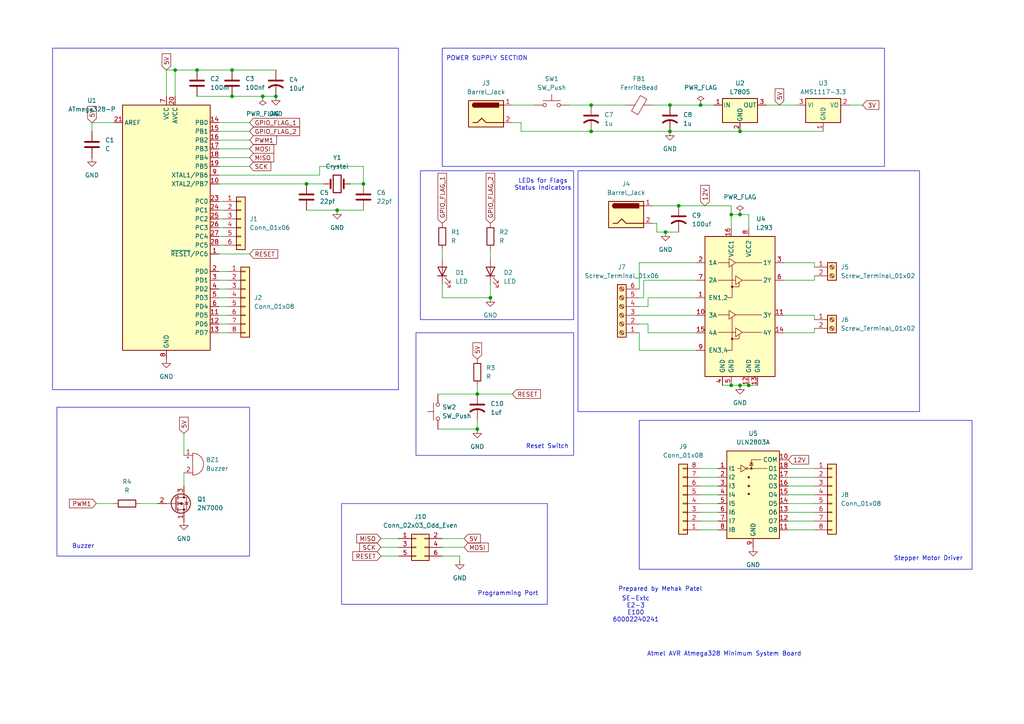
<source format=kicad_sch>
(kicad_sch (version 20250114) (generator "eeschema") (generator_version "9.0")
  (paper "A4")
  (lib_symbols
    (symbol "Connector:Barrel_Jack" (pin_names (offset 1.016))
      (property "Reference" "J" (at 0 5.334 0))
      (property "Value" "Barrel_Jack" (at 0 -5.08 0))
      (symbol "Barrel_Jack_0_1"
        (rectangle (start -5.08 3.81) (end 5.08 -3.81) (stroke (width 0.254)) (fill (type background)))
        (polyline (pts (xy -3.81 -2.54) (xy -2.54 -2.54) (xy -1.27 -1.27) (xy 0 -2.54) (xy 2.54 -2.54) (xy 5.08 -2.54)) (stroke (width 0.254)))
        (arc (start -3.302 1.905) (mid -3.9343 2.54) (end -3.302 3.175) (stroke (width 0.254)))
        (arc (start -3.302 1.905) (mid -3.9343 2.54) (end -3.302 3.175) (stroke (width 0.254)) (fill (type outline)))
        (rectangle (start 3.683 3.175) (end -3.302 1.905) (stroke (width 0.254)) (fill (type outline)))
        (polyline (pts (xy 5.08 2.54) (xy 3.81 2.54)) (stroke (width 0.254)))
      )
      (symbol "Barrel_Jack_1_1"
        (pin passive line (at 7.62 2.54 180) (length 2.54) (name "~") (number "1"))
        (pin passive line (at 7.62 -2.54 180) (length 2.54) (name "~") (number "2"))
      )
    )
    (symbol "Connector:Screw_Terminal_01x02" (pin_names (offset 1.016) (hide yes))
      (property "Reference" "J" (at 0 2.54 0))
      (property "Value" "Screw_Terminal_01x02" (at 0 -5.08 0))
      (symbol "Screw_Terminal_01x02_1_1"
        (rectangle (start -1.27 1.27) (end 1.27 -3.81) (stroke (width 0.254)) (fill (type background)))
        (polyline (pts (xy -0.5334 0.3302) (xy 0.3302 -0.508)) (stroke (width 0.1524)))
        (polyline (pts (xy -0.5334 -2.2098) (xy 0.3302 -3.048)) (stroke (width 0.1524)))
        (polyline (pts (xy -0.3556 0.508) (xy 0.508 -0.3302)) (stroke (width 0.1524)))
        (polyline (pts (xy -0.3556 -2.032) (xy 0.508 -2.8702)) (stroke (width 0.1524)))
        (circle (center 0 0) (radius 0.635) (stroke (width 0.1524)))
        (circle (center 0 -2.54) (radius 0.635) (stroke (width 0.1524)))
        (pin passive line (at -5.08 0 0) (length 3.81) (name "Pin_1") (number "1"))
        (pin passive line (at -5.08 -2.54 0) (length 3.81) (name "Pin_2") (number "2"))
      )
    )
    (symbol "Connector:Screw_Terminal_01x06" (pin_names (offset 1.016) (hide yes))
      (property "Reference" "J" (at 0 7.62 0))
      (property "Value" "Screw_Terminal_01x06" (at 0 -10.16 0))
      (symbol "Screw_Terminal_01x06_1_1"
        (rectangle (start -1.27 6.35) (end 1.27 -8.89) (stroke (width 0.254)) (fill (type background)))
        (polyline (pts (xy -0.5334 5.4102) (xy 0.3302 4.572)) (stroke (width 0.1524)))
        (polyline (pts (xy -0.5334 2.8702) (xy 0.3302 2.032)) (stroke (width 0.1524)))
        (polyline (pts (xy -0.5334 0.3302) (xy 0.3302 -0.508)) (stroke (width 0.1524)))
        (polyline (pts (xy -0.5334 -2.2098) (xy 0.3302 -3.048)) (stroke (width 0.1524)))
        (polyline (pts (xy -0.5334 -4.7498) (xy 0.3302 -5.588)) (stroke (width 0.1524)))
        (polyline (pts (xy -0.5334 -7.2898) (xy 0.3302 -8.128)) (stroke (width 0.1524)))
        (polyline (pts (xy -0.3556 5.588) (xy 0.508 4.7498)) (stroke (width 0.1524)))
        (polyline (pts (xy -0.3556 3.048) (xy 0.508 2.2098)) (stroke (width 0.1524)))
        (polyline (pts (xy -0.3556 0.508) (xy 0.508 -0.3302)) (stroke (width 0.1524)))
        (polyline (pts (xy -0.3556 -2.032) (xy 0.508 -2.8702)) (stroke (width 0.1524)))
        (polyline (pts (xy -0.3556 -4.572) (xy 0.508 -5.4102)) (stroke (width 0.1524)))
        (polyline (pts (xy -0.3556 -7.112) (xy 0.508 -7.9502)) (stroke (width 0.1524)))
        (circle (center 0 5.08) (radius 0.635) (stroke (width 0.1524)))
        (circle (center 0 2.54) (radius 0.635) (stroke (width 0.1524)))
        (circle (center 0 0) (radius 0.635) (stroke (width 0.1524)))
        (circle (center 0 -2.54) (radius 0.635) (stroke (width 0.1524)))
        (circle (center 0 -5.08) (radius 0.635) (stroke (width 0.1524)))
        (circle (center 0 -7.62) (radius 0.635) (stroke (width 0.1524)))
        (pin passive line (at -5.08 5.08 0) (length 3.81) (name "Pin_1") (number "1"))
        (pin passive line (at -5.08 2.54 0) (length 3.81) (name "Pin_2") (number "2"))
        (pin passive line (at -5.08 0 0) (length 3.81) (name "Pin_3") (number "3"))
        (pin passive line (at -5.08 -2.54 0) (length 3.81) (name "Pin_4") (number "4"))
        (pin passive line (at -5.08 -5.08 0) (length 3.81) (name "Pin_5") (number "5"))
        (pin passive line (at -5.08 -7.62 0) (length 3.81) (name "Pin_6") (number "6"))
      )
    )
    (symbol "Connector_Generic:Conn_01x06" (pin_names (offset 1.016) (hide yes))
      (property "Reference" "J" (at 0 7.62 0))
      (property "Value" "Conn_01x06" (at 0 -10.16 0))
      (symbol "Conn_01x06_1_1"
        (rectangle (start -1.27 6.35) (end 1.27 -8.89) (stroke (width 0.254)) (fill (type background)))
        (rectangle (start -1.27 5.207) (end 0 4.953) (stroke (width 0.1524)))
        (rectangle (start -1.27 2.667) (end 0 2.413) (stroke (width 0.1524)))
        (rectangle (start -1.27 0.127) (end 0 -0.127) (stroke (width 0.1524)))
        (rectangle (start -1.27 -2.413) (end 0 -2.667) (stroke (width 0.1524)))
        (rectangle (start -1.27 -4.953) (end 0 -5.207) (stroke (width 0.1524)))
        (rectangle (start -1.27 -7.493) (end 0 -7.747) (stroke (width 0.1524)))
        (pin passive line (at -5.08 5.08 0) (length 3.81) (name "Pin_1") (number "1"))
        (pin passive line (at -5.08 2.54 0) (length 3.81) (name "Pin_2") (number "2"))
        (pin passive line (at -5.08 0 0) (length 3.81) (name "Pin_3") (number "3"))
        (pin passive line (at -5.08 -2.54 0) (length 3.81) (name "Pin_4") (number "4"))
        (pin passive line (at -5.08 -5.08 0) (length 3.81) (name "Pin_5") (number "5"))
        (pin passive line (at -5.08 -7.62 0) (length 3.81) (name "Pin_6") (number "6"))
      )
    )
    (symbol "Connector_Generic:Conn_01x08" (pin_names (offset 1.016) (hide yes))
      (property "Reference" "J" (at 0 10.16 0))
      (property "Value" "Conn_01x08" (at 0 -12.7 0))
      (symbol "Conn_01x08_1_1"
        (rectangle (start -1.27 8.89) (end 1.27 -11.43) (stroke (width 0.254)) (fill (type background)))
        (rectangle (start -1.27 7.747) (end 0 7.493) (stroke (width 0.1524)))
        (rectangle (start -1.27 5.207) (end 0 4.953) (stroke (width 0.1524)))
        (rectangle (start -1.27 2.667) (end 0 2.413) (stroke (width 0.1524)))
        (rectangle (start -1.27 0.127) (end 0 -0.127) (stroke (width 0.1524)))
        (rectangle (start -1.27 -2.413) (end 0 -2.667) (stroke (width 0.1524)))
        (rectangle (start -1.27 -4.953) (end 0 -5.207) (stroke (width 0.1524)))
        (rectangle (start -1.27 -7.493) (end 0 -7.747) (stroke (width 0.1524)))
        (rectangle (start -1.27 -10.033) (end 0 -10.287) (stroke (width 0.1524)))
        (pin passive line (at -5.08 7.62 0) (length 3.81) (name "Pin_1") (number "1"))
        (pin passive line (at -5.08 5.08 0) (length 3.81) (name "Pin_2") (number "2"))
        (pin passive line (at -5.08 2.54 0) (length 3.81) (name "Pin_3") (number "3"))
        (pin passive line (at -5.08 0 0) (length 3.81) (name "Pin_4") (number "4"))
        (pin passive line (at -5.08 -2.54 0) (length 3.81) (name "Pin_5") (number "5"))
        (pin passive line (at -5.08 -5.08 0) (length 3.81) (name "Pin_6") (number "6"))
        (pin passive line (at -5.08 -7.62 0) (length 3.81) (name "Pin_7") (number "7"))
        (pin passive line (at -5.08 -10.16 0) (length 3.81) (name "Pin_8") (number "8"))
      )
    )
    (symbol "Connector_Generic:Conn_02x03_Odd_Even" (pin_names (offset 1.016) (hide yes))
      (property "Reference" "J" (at 1.27 5.08 0))
      (property "Value" "Conn_02x03_Odd_Even" (at 1.27 -5.08 0))
      (symbol "Conn_02x03_Odd_Even_1_1"
        (rectangle (start -1.27 3.81) (end 3.81 -3.81) (stroke (width 0.254)) (fill (type background)))
        (rectangle (start -1.27 2.667) (end 0 2.413) (stroke (width 0.1524)))
        (rectangle (start -1.27 0.127) (end 0 -0.127) (stroke (width 0.1524)))
        (rectangle (start -1.27 -2.413) (end 0 -2.667) (stroke (width 0.1524)))
        (rectangle (start 3.81 2.667) (end 2.54 2.413) (stroke (width 0.1524)))
        (rectangle (start 3.81 0.127) (end 2.54 -0.127) (stroke (width 0.1524)))
        (rectangle (start 3.81 -2.413) (end 2.54 -2.667) (stroke (width 0.1524)))
        (pin passive line (at -5.08 2.54 0) (length 3.81) (name "Pin_1") (number "1"))
        (pin passive line (at -5.08 0 0) (length 3.81) (name "Pin_3") (number "3"))
        (pin passive line (at -5.08 -2.54 0) (length 3.81) (name "Pin_5") (number "5"))
        (pin passive line (at 7.62 2.54 180) (length 3.81) (name "Pin_2") (number "2"))
        (pin passive line (at 7.62 0 180) (length 3.81) (name "Pin_4") (number "4"))
        (pin passive line (at 7.62 -2.54 180) (length 3.81) (name "Pin_6") (number "6"))
      )
    )
    (symbol "Device:Buzzer" (pin_names (offset 0.0254) (hide yes))
      (property "Reference" "BZ" (at 3.81 1.27 0))
      (property "Value" "Buzzer" (at 3.81 -1.27 0))
      (symbol "Buzzer_0_1"
        (polyline (pts (xy -1.651 1.905) (xy -1.143 1.905)))
        (polyline (pts (xy -1.397 2.159) (xy -1.397 1.651)))
        (arc (start 0 3.175) (mid 3.1612 0) (end 0 -3.175))
        (polyline (pts (xy 0 3.175) (xy 0 -3.175)))
      )
      (symbol "Buzzer_1_1"
        (pin passive line (at -2.54 2.54 0) (length 2.54) (name "+") (number "1"))
        (pin passive line (at -2.54 -2.54 0) (length 2.54) (name "-") (number "2"))
      )
    )
    (symbol "Device:C" (pin_numbers (hide yes)) (pin_names (offset 0.254))
      (property "Reference" "C" (at 0.635 2.54 0))
      (property "Value" "C" (at 0.635 -2.54 0))
      (symbol "C_0_1"
        (polyline (pts (xy -2.032 0.762) (xy 2.032 0.762)) (stroke (width 0.508)))
        (polyline (pts (xy -2.032 -0.762) (xy 2.032 -0.762)) (stroke (width 0.508)))
      )
      (symbol "C_1_1"
        (pin passive line (at 0 3.81 270) (length 2.794) (name "~") (number "1"))
        (pin passive line (at 0 -3.81 90) (length 2.794) (name "~") (number "2"))
      )
    )
    (symbol "Device:C_US" (pin_numbers (hide yes)) (pin_names (offset 0.254) (hide yes))
      (property "Reference" "C" (at 0.635 2.54 0))
      (property "Value" "C_US" (at 0.635 -2.54 0))
      (symbol "C_US_0_1"
        (polyline (pts (xy -2.032 0.762) (xy 2.032 0.762)) (stroke (width 0.508)))
        (arc (start -2.032 -1.27) (mid 0 -0.5572) (end 2.032 -1.27) (stroke (width 0.508)))
      )
      (symbol "C_US_1_1"
        (pin passive line (at 0 3.81 270) (length 2.794) (name "~") (number "1"))
        (pin passive line (at 0 -3.81 90) (length 3.302) (name "~") (number "2"))
      )
    )
    (symbol "Device:Crystal" (pin_numbers (hide yes)) (pin_names (offset 1.016) (hide yes))
      (property "Reference" "Y" (at 0 3.81 0))
      (property "Value" "Crystal" (at 0 -3.81 0))
      (symbol "Crystal_0_1"
        (polyline (pts (xy -2.54 0) (xy -1.905 0)))
        (polyline (pts (xy -1.905 -1.27) (xy -1.905 1.27)) (stroke (width 0.508)))
        (rectangle (start -1.143 2.54) (end 1.143 -2.54) (stroke (width 0.3048)))
        (polyline (pts (xy 1.905 -1.27) (xy 1.905 1.27)) (stroke (width 0.508)))
        (polyline (pts (xy 2.54 0) (xy 1.905 0)))
      )
      (symbol "Crystal_1_1"
        (pin passive line (at -3.81 0 0) (length 1.27) (name "1") (number "1"))
        (pin passive line (at 3.81 0 180) (length 1.27) (name "2") (number "2"))
      )
    )
    (symbol "Device:FerriteBead" (pin_numbers (hide yes)) (pin_names (offset 0))
      (property "Reference" "FB" (at -3.81 0.635 90))
      (property "Value" "FerriteBead" (at 3.81 0 90))
      (symbol "FerriteBead_0_1"
        (polyline (pts (xy -2.7686 0.4064) (xy -1.7018 2.2606) (xy 2.7686 -0.3048) (xy 1.6764 -2.159) (xy -2.7686 0.4064)))
        (polyline (pts (xy 0 1.27) (xy 0 1.2954)))
        (polyline (pts (xy 0 -1.27) (xy 0 -1.2192)))
      )
      (symbol "FerriteBead_1_1"
        (pin passive line (at 0 3.81 270) (length 2.54) (name "~") (number "1"))
        (pin passive line (at 0 -3.81 90) (length 2.54) (name "~") (number "2"))
      )
    )
    (symbol "Device:LED" (pin_numbers (hide yes)) (pin_names (offset 1.016) (hide yes))
      (property "Reference" "D" (at 0 2.54 0))
      (property "Value" "LED" (at 0 -2.54 0))
      (symbol "LED_0_1"
        (polyline (pts (xy -3.048 -0.762) (xy -4.572 -2.286) (xy -3.81 -2.286) (xy -4.572 -2.286) (xy -4.572 -1.524)))
        (polyline (pts (xy -1.778 -0.762) (xy -3.302 -2.286) (xy -2.54 -2.286) (xy -3.302 -2.286) (xy -3.302 -1.524)))
        (polyline (pts (xy -1.27 0) (xy 1.27 0)))
        (polyline (pts (xy -1.27 -1.27) (xy -1.27 1.27)) (stroke (width 0.254)))
        (polyline (pts (xy 1.27 -1.27) (xy 1.27 1.27) (xy -1.27 0) (xy 1.27 -1.27)) (stroke (width 0.254)))
      )
      (symbol "LED_1_1"
        (pin passive line (at -3.81 0 0) (length 2.54) (name "K") (number "1"))
        (pin passive line (at 3.81 0 180) (length 2.54) (name "A") (number "2"))
      )
    )
    (symbol "Device:R" (pin_numbers (hide yes)) (pin_names (offset 0))
      (property "Reference" "R" (at 2.032 0 90))
      (property "Value" "R" (at 0 0 90))
      (symbol "R_0_1"
        (rectangle (start -1.016 -2.54) (end 1.016 2.54) (stroke (width 0.254)))
      )
      (symbol "R_1_1"
        (pin passive line (at 0 3.81 270) (length 1.27) (name "~") (number "1"))
        (pin passive line (at 0 -3.81 90) (length 1.27) (name "~") (number "2"))
      )
    )
    (symbol "Driver_Motor:L293" (pin_names (offset 1.016))
      (property "Reference" "U" (at -5.08 26.035 0))
      (property "Value" "L293" (at -5.08 24.13 0))
      (symbol "L293_0_1"
        (rectangle (start -10.16 22.86) (end 10.16 -17.78) (stroke (width 0.254)) (fill (type background)))
        (polyline (pts (xy -6.35 15.24) (xy -3.175 15.24)))
        (polyline (pts (xy -6.35 10.16) (xy -1.27 10.16)))
        (polyline (pts (xy -6.35 0.127) (xy -3.175 0.127)))
        (polyline (pts (xy -6.35 -4.953) (xy -1.27 -4.953)))
        (polyline (pts (xy -3.175 16.51) (xy -3.175 13.97) (xy -1.27 15.24) (xy -3.175 16.51)))
        (polyline (pts (xy -3.175 1.397) (xy -3.175 -1.143) (xy -1.27 0.127) (xy -3.175 1.397)))
        (polyline (pts (xy -2.286 14.478) (xy -2.286 5.08) (xy -3.556 5.08)))
        (circle (center -2.286 8.255) (radius 0.254) (fill (type outline)))
        (polyline (pts (xy -2.286 8.255) (xy -0.254 8.255) (xy -0.254 9.525)))
        (polyline (pts (xy -2.286 -0.635) (xy -2.286 -10.16) (xy -3.556 -10.16)))
        (circle (center -2.286 -6.858) (radius 0.254) (fill (type outline)))
        (polyline (pts (xy -2.286 -6.858) (xy -0.254 -6.858) (xy -0.254 -5.588)))
        (polyline (pts (xy -1.27 15.24) (xy 6.35 15.24)))
        (polyline (pts (xy -1.27 11.43) (xy -1.27 8.89) (xy 0.635 10.16) (xy -1.27 11.43)))
        (polyline (pts (xy -1.27 0.127) (xy 6.35 0.127)))
        (polyline (pts (xy -1.27 -3.683) (xy -1.27 -6.223) (xy 0.635 -4.953) (xy -1.27 -3.683)))
        (polyline (pts (xy 0.635 10.16) (xy 6.35 10.16)))
        (polyline (pts (xy 0.635 -4.953) (xy 6.35 -4.953)))
      )
      (symbol "L293_1_1"
        (pin input line (at -12.7 15.24 0) (length 2.54) (name "1A") (number "2"))
        (pin input line (at -12.7 10.16 0) (length 2.54) (name "2A") (number "7"))
        (pin input line (at -12.7 5.08 0) (length 2.54) (name "EN1,2") (number "1"))
        (pin input line (at -12.7 0 0) (length 2.54) (name "3A") (number "10"))
        (pin input line (at -12.7 -5.08 0) (length 2.54) (name "4A") (number "15"))
        (pin input line (at -12.7 -10.16 0) (length 2.54) (name "EN3,4") (number "9"))
        (pin power_in line (at -5.08 -20.32 90) (length 2.54) (name "GND") (number "4"))
        (pin power_in line (at -2.54 25.4 270) (length 2.54) (name "VCC1") (number "16"))
        (pin power_in line (at -2.54 -20.32 90) (length 2.54) (name "GND") (number "5"))
        (pin power_in line (at 2.54 25.4 270) (length 2.54) (name "VCC2") (number "8"))
        (pin power_in line (at 2.54 -20.32 90) (length 2.54) (name "GND") (number "12"))
        (pin power_in line (at 5.08 -20.32 90) (length 2.54) (name "GND") (number "13"))
        (pin output line (at 12.7 15.24 180) (length 2.54) (name "1Y") (number "3"))
        (pin output line (at 12.7 10.16 180) (length 2.54) (name "2Y") (number "6"))
        (pin output line (at 12.7 0 180) (length 2.54) (name "3Y") (number "11"))
        (pin output line (at 12.7 -5.08 180) (length 2.54) (name "4Y") (number "14"))
      )
    )
    (symbol "MCU_Microchip_ATmega:ATmega328-P"
      (property "Reference" "U" (at -12.7 36.83 0))
      (property "Value" "ATmega328-P" (at 2.54 -36.83 0))
      (symbol "ATmega328-P_0_1"
        (rectangle (start -12.7 -35.56) (end 12.7 35.56) (stroke (width 0.254)) (fill (type background)))
      )
      (symbol "ATmega328-P_1_1"
        (pin passive line (at -15.24 30.48 0) (length 2.54) (name "AREF") (number "21"))
        (pin power_in line (at 0 38.1 270) (length 2.54) (name "VCC") (number "7"))
        (pin passive line (at 0 -38.1 90) (length 2.54) (hide yes) (name "GND") (number "22"))
        (pin power_in line (at 0 -38.1 90) (length 2.54) (name "GND") (number "8"))
        (pin power_in line (at 2.54 38.1 270) (length 2.54) (name "AVCC") (number "20"))
        (pin bidirectional line (at 15.24 30.48 180) (length 2.54) (name "PB0") (number "14"))
        (pin bidirectional line (at 15.24 27.94 180) (length 2.54) (name "PB1") (number "15"))
        (pin bidirectional line (at 15.24 25.4 180) (length 2.54) (name "PB2") (number "16"))
        (pin bidirectional line (at 15.24 22.86 180) (length 2.54) (name "PB3") (number "17"))
        (pin bidirectional line (at 15.24 20.32 180) (length 2.54) (name "PB4") (number "18"))
        (pin bidirectional line (at 15.24 17.78 180) (length 2.54) (name "PB5") (number "19"))
        (pin bidirectional line (at 15.24 15.24 180) (length 2.54) (name "XTAL1/PB6") (number "9"))
        (pin bidirectional line (at 15.24 12.7 180) (length 2.54) (name "XTAL2/PB7") (number "10"))
        (pin bidirectional line (at 15.24 7.62 180) (length 2.54) (name "PC0") (number "23"))
        (pin bidirectional line (at 15.24 5.08 180) (length 2.54) (name "PC1") (number "24"))
        (pin bidirectional line (at 15.24 2.54 180) (length 2.54) (name "PC2") (number "25"))
        (pin bidirectional line (at 15.24 0 180) (length 2.54) (name "PC3") (number "26"))
        (pin bidirectional line (at 15.24 -2.54 180) (length 2.54) (name "PC4") (number "27"))
        (pin bidirectional line (at 15.24 -5.08 180) (length 2.54) (name "PC5") (number "28"))
        (pin bidirectional line (at 15.24 -7.62 180) (length 2.54) (name "~{RESET}/PC6") (number "1"))
        (pin bidirectional line (at 15.24 -12.7 180) (length 2.54) (name "PD0") (number "2"))
        (pin bidirectional line (at 15.24 -15.24 180) (length 2.54) (name "PD1") (number "3"))
        (pin bidirectional line (at 15.24 -17.78 180) (length 2.54) (name "PD2") (number "4"))
        (pin bidirectional line (at 15.24 -20.32 180) (length 2.54) (name "PD3") (number "5"))
        (pin bidirectional line (at 15.24 -22.86 180) (length 2.54) (name "PD4") (number "6"))
        (pin bidirectional line (at 15.24 -25.4 180) (length 2.54) (name "PD5") (number "11"))
        (pin bidirectional line (at 15.24 -27.94 180) (length 2.54) (name "PD6") (number "12"))
        (pin bidirectional line (at 15.24 -30.48 180) (length 2.54) (name "PD7") (number "13"))
      )
    )
    (symbol "Regulator_Linear:AMS1117-3.3"
      (property "Reference" "U" (at -3.81 3.175 0))
      (property "Value" "AMS1117-3.3" (at 0 3.175 0))
      (symbol "AMS1117-3.3_0_1"
        (rectangle (start -5.08 -5.08) (end 5.08 1.905) (stroke (width 0.254)) (fill (type background)))
      )
      (symbol "AMS1117-3.3_1_1"
        (pin power_in line (at -7.62 0 0) (length 2.54) (name "VI") (number "3"))
        (pin power_in line (at 0 -7.62 90) (length 2.54) (name "GND") (number "1"))
        (pin power_out line (at 7.62 0 180) (length 2.54) (name "VO") (number "2"))
      )
    )
    (symbol "Regulator_Linear:L7805" (pin_names (offset 0.254))
      (property "Reference" "U" (at -3.81 3.175 0))
      (property "Value" "L7805" (at 0 3.175 0))
      (symbol "L7805_0_1"
        (rectangle (start -5.08 1.905) (end 5.08 -5.08) (stroke (width 0.254)) (fill (type background)))
      )
      (symbol "L7805_1_1"
        (pin power_in line (at -7.62 0 0) (length 2.54) (name "IN") (number "1"))
        (pin power_in line (at 0 -7.62 90) (length 2.54) (name "GND") (number "2"))
        (pin power_out line (at 7.62 0 180) (length 2.54) (name "OUT") (number "3"))
      )
    )
    (symbol "Switch:SW_Push" (pin_numbers (hide yes)) (pin_names (offset 1.016) (hide yes))
      (property "Reference" "SW" (at 1.27 2.54 0))
      (property "Value" "SW_Push" (at 0 -1.524 0))
      (symbol "SW_Push_0_1"
        (circle (center -2.032 0) (radius 0.508))
        (polyline (pts (xy 0 1.27) (xy 0 3.048)))
        (circle (center 2.032 0) (radius 0.508))
        (polyline (pts (xy 2.54 1.27) (xy -2.54 1.27)))
        (pin passive line (at -5.08 0 0) (length 2.54) (name "1") (number "1"))
        (pin passive line (at 5.08 0 180) (length 2.54) (name "2") (number "2"))
      )
    )
    (symbol "Transistor_Array:ULN2803A"
      (property "Reference" "U" (at 0 13.335 0))
      (property "Value" "ULN2803A" (at 0 11.43 0))
      (symbol "ULN2803A_0_1"
        (rectangle (start -7.62 -15.24) (end 7.62 10.16) (stroke (width 0.254)) (fill (type background)))
        (polyline (pts (xy -4.572 5.08) (xy -3.556 5.08)))
        (polyline (pts (xy -3.556 6.096) (xy -3.556 4.064) (xy -2.032 5.08) (xy -3.556 6.096)))
        (circle (center -1.778 5.08) (radius 0.254))
        (polyline (pts (xy -1.524 5.08) (xy 4.064 5.08)))
        (circle (center -1.27 2.54) (radius 0.254) (fill (type outline)))
        (circle (center -1.27 0) (radius 0.254) (fill (type outline)))
        (circle (center -1.27 -2.286) (radius 0.254) (fill (type outline)))
        (circle (center -0.508 5.08) (radius 0.254) (fill (type outline)))
        (polyline (pts (xy -0.508 5.08) (xy -0.508 7.62) (xy 2.286 7.62)))
        (polyline (pts (xy 0 6.731) (xy -1.016 6.731)))
        (polyline (pts (xy 0 5.969) (xy -1.016 5.969) (xy -0.508 6.731) (xy 0 5.969)))
      )
      (symbol "ULN2803A_1_1"
        (pin input line (at -10.16 5.08 0) (length 2.54) (name "I1") (number "1"))
        (pin input line (at -10.16 2.54 0) (length 2.54) (name "I2") (number "2"))
        (pin input line (at -10.16 0 0) (length 2.54) (name "I3") (number "3"))
        (pin input line (at -10.16 -2.54 0) (length 2.54) (name "I4") (number "4"))
        (pin input line (at -10.16 -5.08 0) (length 2.54) (name "I5") (number "5"))
        (pin input line (at -10.16 -7.62 0) (length 2.54) (name "I6") (number "6"))
        (pin input line (at -10.16 -10.16 0) (length 2.54) (name "I7") (number "7"))
        (pin input line (at -10.16 -12.7 0) (length 2.54) (name "I8") (number "8"))
        (pin power_in line (at 0 -17.78 90) (length 2.54) (name "GND") (number "9"))
        (pin passive line (at 10.16 7.62 180) (length 2.54) (name "COM") (number "10"))
        (pin open_collector line (at 10.16 5.08 180) (length 2.54) (name "O1") (number "18"))
        (pin open_collector line (at 10.16 2.54 180) (length 2.54) (name "O2") (number "17"))
        (pin open_collector line (at 10.16 0 180) (length 2.54) (name "O3") (number "16"))
        (pin open_collector line (at 10.16 -2.54 180) (length 2.54) (name "O4") (number "15"))
        (pin open_collector line (at 10.16 -5.08 180) (length 2.54) (name "O5") (number "14"))
        (pin open_collector line (at 10.16 -7.62 180) (length 2.54) (name "O6") (number "13"))
        (pin open_collector line (at 10.16 -10.16 180) (length 2.54) (name "O7") (number "12"))
        (pin open_collector line (at 10.16 -12.7 180) (length 2.54) (name "O8") (number "11"))
      )
    )
    (symbol "Transistor_FET:2N7000" (pin_names (hide yes))
      (property "Reference" "Q" (at 5.08 1.905 0))
      (property "Value" "2N7000" (at 5.08 0 0))
      (symbol "2N7000_0_1"
        (polyline (pts (xy 0.254 1.905) (xy 0.254 -1.905)) (stroke (width 0.254)))
        (polyline (pts (xy 0.254 0) (xy -2.54 0)))
        (polyline (pts (xy 0.762 2.286) (xy 0.762 1.27)) (stroke (width 0.254)))
        (polyline (pts (xy 0.762 0.508) (xy 0.762 -0.508)) (stroke (width 0.254)))
        (polyline (pts (xy 0.762 -1.27) (xy 0.762 -2.286)) (stroke (width 0.254)))
        (polyline (pts (xy 0.762 -1.778) (xy 3.302 -1.778) (xy 3.302 1.778) (xy 0.762 1.778)))
        (polyline (pts (xy 1.016 0) (xy 2.032 0.381) (xy 2.032 -0.381) (xy 1.016 0)) (fill (type outline)))
        (circle (center 1.651 0) (radius 2.794) (stroke (width 0.254)))
        (polyline (pts (xy 2.54 2.54) (xy 2.54 1.778)))
        (circle (center 2.54 1.778) (radius 0.254) (fill (type outline)))
        (circle (center 2.54 -1.778) (radius 0.254) (fill (type outline)))
        (polyline (pts (xy 2.54 -2.54) (xy 2.54 0) (xy 0.762 0)))
        (polyline (pts (xy 2.794 0.508) (xy 2.921 0.381) (xy 3.683 0.381) (xy 3.81 0.254)))
        (polyline (pts (xy 3.302 0.381) (xy 2.921 -0.254) (xy 3.683 -0.254) (xy 3.302 0.381)))
      )
      (symbol "2N7000_1_1"
        (pin input line (at -5.08 0 0) (length 2.54) (name "G") (number "2"))
        (pin passive line (at 2.54 5.08 270) (length 2.54) (name "D") (number "3"))
        (pin passive line (at 2.54 -5.08 90) (length 2.54) (name "S") (number "1"))
      )
    )
    (symbol "power:GND" (power) (pin_numbers (hide yes)) (pin_names (offset 0) (hide yes))
      (property "Value" "GND" (at 0 -3.81 0))
      (symbol "GND_0_1"
        (polyline (pts (xy 0 0) (xy 0 -1.27) (xy 1.27 -1.27) (xy 0 -2.54) (xy -1.27 -1.27) (xy 0 -1.27)))
      )
      (symbol "GND_1_1"
        (pin power_in line (at 0 0 270) (length 0) (name "~") (number "1"))
      )
    )
    (symbol "power:PWR_FLAG" (power) (pin_numbers (hide yes)) (pin_names (offset 0) (hide yes))
      (property "Value" "PWR_FLAG" (at 0 3.81 0))
      (symbol "PWR_FLAG_0_0"
        (pin power_out line (at 0 0 90) (length 0) (name "~") (number "1"))
      )
      (symbol "PWR_FLAG_0_1"
        (polyline (pts (xy 0 0) (xy 0 1.27) (xy -1.016 1.905) (xy 0 2.54) (xy 1.016 1.905) (xy 0 1.27)))
      )
    )
  )
  (rectangle (start 99.06 146.05) (end 158.75 175.26))
  (rectangle (start 185.42 121.92) (end 281.94 165.1))
  (rectangle (start 121.92 49.53) (end 166.37 92.71))
  (rectangle (start 16.51 118.11) (end 72.39 161.29))
  (rectangle (start 15.24 13.97) (end 115.57 113.03))
  (rectangle (start 120.65 96.52) (end 166.37 132.08))
  (rectangle (start 128.27 13.97) (end 256.54 48.26))
  (rectangle (start 167.64 49.53) (end 266.7 119.38))
  (text "Buzzer\n" (at 24.13 158.496 0) (effects (font (size 1.27 1.27))))
  (text "Reset Switch" (at 158.75 129.54 0) (effects (font (size 1.27 1.27))))
  (text "SE-Extc\nE2-3\nE100\n60002240241" (at 184.404 176.784 0) (effects (font (size 1.27 1.27))))
  (text "LEDs for Flags\nStatus Indicators" (at 157.48 53.594 0) (effects (font (size 1.27 1.27))))
  (text "Atmel AVR Atmega328 Minimum System Board\n" (at 210.058 189.738 0) (effects (font (size 1.27 1.27))))
  (text "Stepper Motor Driver\n" (at 269.24 162.052 0) (effects (font (size 1.27 1.27))))
  (text "POWER SUPPLY SECTION\n\n" (at 141.224 18.034 0) (effects (font (size 1.27 1.27))))
  (text "Prepared by Mehak Patel" (at 191.516 170.942 0) (effects (font (size 1.27 1.27))))
  (text "Programming Port" (at 147.32 172.212 0) (effects (font (size 1.27 1.27))))
  (junction (at 214.63 38.1))
  (junction (at 105.41 53.34))
  (junction (at 196.85 59.69))
  (junction (at 138.43 124.46))
  (junction (at 217.17 111.76))
  (junction (at 214.63 62.23))
  (junction (at 171.45 30.48))
  (junction (at 142.24 86.36))
  (junction (at 80.01 27.94))
  (junction (at 97.79 60.96))
  (junction (at 67.31 27.94))
  (junction (at 171.45 38.1))
  (junction (at 194.31 30.48))
  (junction (at 193.04 67.31))
  (junction (at 57.15 20.32))
  (junction (at 203.2 30.48))
  (junction (at 212.09 62.23))
  (junction (at 194.31 38.1))
  (junction (at 88.9 53.34))
  (junction (at 214.63 111.76))
  (junction (at 50.8 20.32))
  (junction (at 76.2 27.94))
  (junction (at 138.43 114.3))
  (junction (at 67.31 20.32))
  (junction (at 212.09 111.76))
  (wire (pts (xy 187.96 93.98) (xy 187.96 96.52)))
  (wire (pts (xy 63.5 50.8) (xy 92.71 50.8)))
  (wire (pts (xy 203.2 140.97) (xy 208.28 140.97)))
  (wire (pts (xy 76.2 27.94) (xy 80.01 27.94)))
  (wire (pts (xy 110.49 156.21) (xy 115.57 156.21)))
  (wire (pts (xy 148.59 114.3) (xy 138.43 114.3)))
  (wire (pts (xy 63.5 88.9) (xy 66.04 88.9)))
  (wire (pts (xy 127 114.3) (xy 138.43 114.3)))
  (wire (pts (xy 63.5 63.5) (xy 64.77 63.5)))
  (wire (pts (xy 228.6 151.13) (xy 236.22 151.13)))
  (wire (pts (xy 212.09 62.23) (xy 212.09 59.69)))
  (wire (pts (xy 171.45 30.48) (xy 181.61 30.48)))
  (wire (pts (xy 185.42 91.44) (xy 201.93 91.44)))
  (wire (pts (xy 217.17 66.04) (xy 217.17 62.23)))
  (wire (pts (xy 128.27 72.39) (xy 128.27 74.93)))
  (wire (pts (xy 142.24 86.36) (xy 142.24 82.55)))
  (wire (pts (xy 227.33 96.52) (xy 236.22 96.52)))
  (wire (pts (xy 128.27 161.29) (xy 133.35 161.29)))
  (wire (pts (xy 138.43 124.46) (xy 138.43 121.92)))
  (wire (pts (xy 203.2 138.43) (xy 208.28 138.43)))
  (wire (pts (xy 50.8 27.94) (xy 50.8 20.32)))
  (wire (pts (xy 217.17 111.76) (xy 219.71 111.76)))
  (wire (pts (xy 228.6 140.97) (xy 236.22 140.97)))
  (wire (pts (xy 110.49 158.75) (xy 115.57 158.75)))
  (wire (pts (xy 186.69 86.36) (xy 186.69 81.28)))
  (wire (pts (xy 110.49 161.29) (xy 115.57 161.29)))
  (wire (pts (xy 236.22 91.44) (xy 236.22 92.71)))
  (wire (pts (xy 246.38 30.48) (xy 250.19 30.48)))
  (wire (pts (xy 187.96 86.36) (xy 201.93 86.36)))
  (wire (pts (xy 63.5 93.98) (xy 66.04 93.98)))
  (wire (pts (xy 63.5 40.64) (xy 72.39 40.64)))
  (wire (pts (xy 203.2 148.59) (xy 208.28 148.59)))
  (wire (pts (xy 48.26 27.94) (xy 48.26 20.32)))
  (wire (pts (xy 63.5 38.1) (xy 72.39 38.1)))
  (wire (pts (xy 128.27 158.75) (xy 134.62 158.75)))
  (wire (pts (xy 185.42 96.52) (xy 185.42 101.6)))
  (wire (pts (xy 227.33 76.2) (xy 236.22 76.2)))
  (wire (pts (xy 228.6 146.05) (xy 236.22 146.05)))
  (wire (pts (xy 189.23 64.77) (xy 190.5 64.77)))
  (wire (pts (xy 63.5 96.52) (xy 66.04 96.52)))
  (wire (pts (xy 194.31 30.48) (xy 203.2 30.48)))
  (wire (pts (xy 151.13 35.56) (xy 151.13 38.1)))
  (wire (pts (xy 203.2 146.05) (xy 208.28 146.05)))
  (wire (pts (xy 148.59 35.56) (xy 151.13 35.56)))
  (wire (pts (xy 227.33 91.44) (xy 236.22 91.44)))
  (wire (pts (xy 236.22 76.2) (xy 236.22 77.47)))
  (wire (pts (xy 48.26 20.32) (xy 50.8 20.32)))
  (wire (pts (xy 53.34 137.16) (xy 53.34 140.97)))
  (wire (pts (xy 187.96 88.9) (xy 187.96 86.36)))
  (wire (pts (xy 67.31 27.94) (xy 76.2 27.94)))
  (wire (pts (xy 194.31 38.1) (xy 214.63 38.1)))
  (wire (pts (xy 214.63 111.76) (xy 217.17 111.76)))
  (wire (pts (xy 50.8 20.32) (xy 57.15 20.32)))
  (wire (pts (xy 128.27 82.55) (xy 128.27 86.36)))
  (wire (pts (xy 212.09 111.76) (xy 214.63 111.76)))
  (wire (pts (xy 212.09 59.69) (xy 196.85 59.69)))
  (wire (pts (xy 101.6 53.34) (xy 105.41 53.34)))
  (wire (pts (xy 189.23 59.69) (xy 196.85 59.69)))
  (wire (pts (xy 214.63 62.23) (xy 212.09 62.23)))
  (wire (pts (xy 127 124.46) (xy 138.43 124.46)))
  (wire (pts (xy 185.42 86.36) (xy 186.69 86.36)))
  (wire (pts (xy 133.35 161.29) (xy 133.35 162.56)))
  (wire (pts (xy 203.2 143.51) (xy 208.28 143.51)))
  (wire (pts (xy 63.5 43.18) (xy 72.39 43.18)))
  (wire (pts (xy 63.5 86.36) (xy 66.04 86.36)))
  (wire (pts (xy 185.42 76.2) (xy 201.93 76.2)))
  (wire (pts (xy 148.59 30.48) (xy 154.94 30.48)))
  (wire (pts (xy 214.63 38.1) (xy 238.76 38.1)))
  (wire (pts (xy 26.67 38.1) (xy 26.67 35.56)))
  (wire (pts (xy 63.5 35.56) (xy 72.39 35.56)))
  (wire (pts (xy 228.6 135.89) (xy 236.22 135.89)))
  (wire (pts (xy 63.5 71.12) (xy 64.77 71.12)))
  (wire (pts (xy 63.5 53.34) (xy 88.9 53.34)))
  (wire (pts (xy 57.15 27.94) (xy 67.31 27.94)))
  (wire (pts (xy 203.2 153.67) (xy 208.28 153.67)))
  (wire (pts (xy 97.79 60.96) (xy 105.41 60.96)))
  (wire (pts (xy 187.96 96.52) (xy 201.93 96.52)))
  (wire (pts (xy 92.71 48.26) (xy 105.41 48.26)))
  (wire (pts (xy 26.67 35.56) (xy 33.02 35.56)))
  (wire (pts (xy 88.9 53.34) (xy 93.98 53.34)))
  (wire (pts (xy 63.5 73.66) (xy 72.39 73.66)))
  (wire (pts (xy 151.13 38.1) (xy 171.45 38.1)))
  (wire (pts (xy 63.5 91.44) (xy 66.04 91.44)))
  (wire (pts (xy 190.5 67.31) (xy 193.04 67.31)))
  (wire (pts (xy 63.5 48.26) (xy 72.39 48.26)))
  (wire (pts (xy 186.69 81.28) (xy 201.93 81.28)))
  (wire (pts (xy 185.42 101.6) (xy 201.93 101.6)))
  (wire (pts (xy 63.5 60.96) (xy 64.77 60.96)))
  (wire (pts (xy 53.34 125.73) (xy 53.34 132.08)))
  (wire (pts (xy 227.33 81.28) (xy 236.22 81.28)))
  (wire (pts (xy 63.5 78.74) (xy 66.04 78.74)))
  (wire (pts (xy 67.31 20.32) (xy 80.01 20.32)))
  (wire (pts (xy 105.41 48.26) (xy 105.41 53.34)))
  (wire (pts (xy 63.5 45.72) (xy 72.39 45.72)))
  (wire (pts (xy 212.09 66.04) (xy 212.09 62.23)))
  (wire (pts (xy 63.5 83.82) (xy 66.04 83.82)))
  (wire (pts (xy 228.6 138.43) (xy 236.22 138.43)))
  (wire (pts (xy 63.5 66.04) (xy 64.77 66.04)))
  (wire (pts (xy 193.04 67.31) (xy 196.85 67.31)))
  (wire (pts (xy 185.42 83.82) (xy 185.42 76.2)))
  (wire (pts (xy 203.2 30.48) (xy 207.01 30.48)))
  (wire (pts (xy 138.43 111.76) (xy 138.43 114.3)))
  (wire (pts (xy 92.71 50.8) (xy 92.71 48.26)))
  (wire (pts (xy 171.45 38.1) (xy 194.31 38.1)))
  (wire (pts (xy 222.25 30.48) (xy 231.14 30.48)))
  (wire (pts (xy 128.27 86.36) (xy 142.24 86.36)))
  (wire (pts (xy 40.64 146.05) (xy 45.72 146.05)))
  (wire (pts (xy 203.2 151.13) (xy 208.28 151.13)))
  (wire (pts (xy 189.23 30.48) (xy 194.31 30.48)))
  (wire (pts (xy 209.55 111.76) (xy 212.09 111.76)))
  (wire (pts (xy 63.5 68.58) (xy 64.77 68.58)))
  (wire (pts (xy 185.42 88.9) (xy 187.96 88.9)))
  (wire (pts (xy 88.9 60.96) (xy 97.79 60.96)))
  (wire (pts (xy 236.22 81.28) (xy 236.22 80.01)))
  (wire (pts (xy 217.17 62.23) (xy 214.63 62.23)))
  (wire (pts (xy 27.94 146.05) (xy 33.02 146.05)))
  (wire (pts (xy 57.15 20.32) (xy 67.31 20.32)))
  (wire (pts (xy 165.1 30.48) (xy 171.45 30.48)))
  (wire (pts (xy 190.5 64.77) (xy 190.5 67.31)))
  (wire (pts (xy 228.6 153.67) (xy 236.22 153.67)))
  (wire (pts (xy 228.6 148.59) (xy 236.22 148.59)))
  (wire (pts (xy 228.6 143.51) (xy 236.22 143.51)))
  (wire (pts (xy 63.5 81.28) (xy 66.04 81.28)))
  (wire (pts (xy 203.2 135.89) (xy 208.28 135.89)))
  (wire (pts (xy 185.42 93.98) (xy 187.96 93.98)))
  (wire (pts (xy 63.5 58.42) (xy 64.77 58.42)))
  (wire (pts (xy 236.22 96.52) (xy 236.22 95.25)))
  (wire (pts (xy 128.27 156.21) (xy 134.62 156.21)))
  (wire (pts (xy 142.24 72.39) (xy 142.24 74.93)))
  (global_label "SCK" (shape input) (at 110.49 158.75 180) (property "Intersheetrefs" "${INTERSHEET_REFS}" (effects (hide yes))))
  (global_label "MOSI" (shape input) (at 72.39 43.18 0) (property "Intersheetrefs" "${INTERSHEET_REFS}" (effects (hide yes))))
  (global_label "GPIO_FLAG_1" (shape input) (at 72.39 35.56 0) (property "Intersheetrefs" "${INTERSHEET_REFS}" (effects (hide yes))))
  (global_label "MISO" (shape input) (at 72.39 45.72 0) (property "Intersheetrefs" "${INTERSHEET_REFS}" (effects (hide yes))))
  (global_label "5V" (shape input) (at 53.34 125.73 90) (property "Intersheetrefs" "${INTERSHEET_REFS}" (effects (hide yes))))
  (global_label "MOSI" (shape input) (at 134.62 158.75 0) (property "Intersheetrefs" "${INTERSHEET_REFS}" (effects (hide yes))))
  (global_label "5V" (shape input) (at 134.62 156.21 0) (property "Intersheetrefs" "${INTERSHEET_REFS}" (effects (hide yes))))
  (global_label "12V" (shape input) (at 228.6 133.35 0) (property "Intersheetrefs" "${INTERSHEET_REFS}" (effects (hide yes))))
  (global_label "SCK" (shape input) (at 72.39 48.26 0) (property "Intersheetrefs" "${INTERSHEET_REFS}" (effects (hide yes))))
  (global_label "PWM1" (shape input) (at 27.94 146.05 180) (property "Intersheetrefs" "${INTERSHEET_REFS}" (effects (hide yes))))
  (global_label "GPIO_FLAG_2" (shape input) (at 142.24 64.77 90) (property "Intersheetrefs" "${INTERSHEET_REFS}" (effects (hide yes))))
  (global_label "5V" (shape input) (at 138.43 104.14 90) (property "Intersheetrefs" "${INTERSHEET_REFS}" (effects (hide yes))))
  (global_label "RESET" (shape input) (at 148.59 114.3 0) (property "Intersheetrefs" "${INTERSHEET_REFS}" (effects (hide yes))))
  (global_label "5V" (shape input) (at 226.06 30.48 90) (property "Intersheetrefs" "${INTERSHEET_REFS}" (effects (hide yes))))
  (global_label "MISO" (shape input) (at 110.49 156.21 180) (property "Intersheetrefs" "${INTERSHEET_REFS}" (effects (hide yes))))
  (global_label "5V" (shape input) (at 26.67 35.56 90) (property "Intersheetrefs" "${INTERSHEET_REFS}" (effects (hide yes))))
  (global_label "5V" (shape input) (at 48.26 20.32 90) (property "Intersheetrefs" "${INTERSHEET_REFS}" (effects (hide yes))))
  (global_label "12V" (shape input) (at 204.47 59.69 90) (property "Intersheetrefs" "${INTERSHEET_REFS}" (effects (hide yes))))
  (global_label "GPIO_FLAG_1" (shape input) (at 128.27 64.77 90) (property "Intersheetrefs" "${INTERSHEET_REFS}" (effects (hide yes))))
  (global_label "PWM1" (shape input) (at 72.39 40.64 0) (property "Intersheetrefs" "${INTERSHEET_REFS}" (effects (hide yes))))
  (global_label "GPIO_FLAG_2" (shape input) (at 72.39 38.1 0) (property "Intersheetrefs" "${INTERSHEET_REFS}" (effects (hide yes))))
  (global_label "RESET" (shape input) (at 110.49 161.29 180) (property "Intersheetrefs" "${INTERSHEET_REFS}" (effects (hide yes))))
  (global_label "RESET" (shape input) (at 72.39 73.66 0) (property "Intersheetrefs" "${INTERSHEET_REFS}" (effects (hide yes))))
  (global_label "3V" (shape input) (at 250.19 30.48 0) (property "Intersheetrefs" "${INTERSHEET_REFS}" (effects (hide yes))))
  (symbol (lib_id "Device:LED") (at 142.24 78.74 90) (unit 1)
    (property "Reference" "D2" (at 146.05 79.0574 90) (effects (justify right)))
    (property "Value" "LED" (at 146.05 81.5974 90) (effects (justify right)))
    (property "Footprint" "LED_THT:LED_D3.0mm" (effects (hide yes)))
    (property "Description" "Light emitting diode" (effects (hide yes)))
    (property "Sim.Pins" "1=K 2=A" (effects (hide yes)))
  )
  (symbol (lib_id "Device:C_US") (at 80.01 24.13 0) (unit 1)
    (property "Reference" "C4" (at 83.82 23.1139 0) (effects (justify left)))
    (property "Value" "10uf" (at 83.82 25.6539 0) (effects (justify left)))
    (property "Footprint" "Capacitor_SMD:C_0805_2012Metric_Pad1.18x1.45mm_HandSolder" (effects (hide yes)))
    (property "Description" "capacitor, US symbol" (effects (hide yes)))
  )
  (symbol (lib_id "Device:R") (at 36.83 146.05 90) (unit 1)
    (property "Reference" "R4" (at 36.83 139.7 90))
    (property "Value" "R" (at 36.83 142.24 90))
    (property "Footprint" "Resistor_THT:R_Axial_DIN0207_L6.3mm_D2.5mm_P10.16mm_Horizontal" (effects (hide yes)))
    (property "Description" "Resistor" (effects (hide yes)))
  )
  (symbol (lib_id "Regulator_Linear:L7805") (at 214.63 30.48 0) (unit 1)
    (property "Reference" "U2" (at 214.63 24.13 0))
    (property "Value" "L7805" (at 214.63 26.67 0))
    (property "Footprint" "Package_TO_SOT_THT:TO-220-3_Vertical" (effects (hide yes)))
    (property "Datasheet" "http://www.st.com/content/ccc/resource/technical/document/datasheet/41/4f/b3/b0/12/d4/47/88/CD00000444.pdf/files/CD00000444.pdf/jcr:content/translations/en.CD00000444.pdf" (effects (hide yes)))
    (property "Description" "Positive 1.5A 35V Linear Regulator, Fixed Output 5V, TO-220/TO-263/TO-252" (effects (hide yes)))
  )
  (symbol (lib_id "Device:Buzzer") (at 55.88 134.62 0) (unit 1)
    (property "Reference" "BZ1" (at 59.69 133.3499 0) (effects (justify left)))
    (property "Value" "Buzzer" (at 59.69 135.8899 0) (effects (justify left)))
    (property "Footprint" "Buzzer_Beeper:Buzzer_12x9.5RM7.6" (effects (hide yes)))
    (property "Description" "Buzzer, polarized" (effects (hide yes)))
  )
  (symbol (lib_id "Device:R") (at 128.27 68.58 0) (unit 1)
    (property "Reference" "R1" (at 130.81 67.3099 0) (effects (justify left)))
    (property "Value" "R" (at 130.81 69.8499 0) (effects (justify left)))
    (property "Footprint" "Resistor_THT:R_Axial_DIN0207_L6.3mm_D2.5mm_P10.16mm_Horizontal" (effects (hide yes)))
    (property "Description" "Resistor" (effects (hide yes)))
  )
  (symbol (lib_id "Device:Crystal") (at 97.79 53.34 0) (unit 1)
    (property "Reference" "Y1" (at 97.79 45.72 0))
    (property "Value" "Crystal" (at 97.79 48.26 0))
    (property "Footprint" "Crystal:Crystal_HC49-U_Vertical" (effects (hide yes)))
    (property "Description" "Two pin crystal" (effects (hide yes)))
  )
  (symbol (lib_id "power:GND") (at 142.24 86.36 0) (unit 1)
    (property "Reference" "#PWR06" (effects (hide yes)))
    (property "Value" "GND" (at 142.24 91.44 0))
    (property "Description" "Power symbol creates a global label with name \"GND\" , ground" (effects (hide yes)))
  )
  (symbol (lib_id "Device:C") (at 67.31 24.13 0) (unit 1)
    (property "Reference" "C3" (at 71.12 22.8599 0) (effects (justify left)))
    (property "Value" "100nf" (at 71.12 25.3999 0) (effects (justify left)))
    (property "Footprint" "Capacitor_SMD:C_0805_2012Metric_Pad1.18x1.45mm_HandSolder" (effects (hide yes)))
    (property "Description" "Unpolarized capacitor" (effects (hide yes)))
  )
  (symbol (lib_id "Device:C") (at 26.67 41.91 0) (unit 1)
    (property "Reference" "C1" (at 30.48 40.6399 0) (effects (justify left)))
    (property "Value" "C" (at 30.48 43.1799 0) (effects (justify left)))
    (property "Footprint" "Capacitor_SMD:C_0805_2012Metric_Pad1.18x1.45mm_HandSolder" (effects (hide yes)))
    (property "Description" "Unpolarized capacitor" (effects (hide yes)))
  )
  (symbol (lib_id "MCU_Microchip_ATmega:ATmega328-P") (at 48.26 66.04 0) (unit 1)
    (property "Reference" "U1" (at 26.67 29.1398 0))
    (property "Value" "ATmega328-P" (at 26.67 31.6798 0))
    (property "Footprint" "Package_DIP:DIP-28_W7.62mm" (effects (hide yes)))
    (property "Datasheet" "http://ww1.microchip.com/downloads/en/DeviceDoc/ATmega328_P%20AVR%20MCU%20with%20picoPower%20Technology%20Data%20Sheet%2040001984A.pdf" (effects (hide yes)))
    (property "Description" "20MHz, 32kB Flash, 2kB SRAM, 1kB EEPROM, DIP-28" (effects (hide yes)))
  )
  (symbol (lib_id "power:GND") (at 218.44 158.75 0) (unit 1)
    (property "Reference" "#PWR09" (effects (hide yes)))
    (property "Value" "GND" (at 218.44 163.83 0))
    (property "Description" "Power symbol creates a global label with name \"GND\" , ground" (effects (hide yes)))
  )
  (symbol (lib_id "Device:FerriteBead") (at 185.42 30.48 90) (unit 1)
    (property "Reference" "FB1" (at 185.3692 22.86 90))
    (property "Value" "FerriteBead" (at 185.3692 25.4 90))
    (property "Footprint" "Inductor_SMD:L_0805_2012Metric" (effects (hide yes)))
    (property "Description" "Ferrite bead" (effects (hide yes)))
  )
  (symbol (lib_id "Connector:Screw_Terminal_01x02") (at 241.3 77.47 0) (unit 1)
    (property "Reference" "J5" (at 243.84 77.4699 0) (effects (justify left)))
    (property "Value" "Screw_Terminal_01x02" (at 243.84 80.0099 0) (effects (justify left)))
    (property "Footprint" "TerminalBlock:TerminalBlock_MaiXu_MX126-5.0-02P_1x02_P5.00mm" (effects (hide yes)))
    (property "Description" "Generic screw terminal, single row, 01x02, script generated (kicad-library-utils/schlib/autogen/connector/)" (effects (hide yes)))
  )
  (symbol (lib_id "Connector_Generic:Conn_01x08") (at 241.3 143.51 0) (unit 1)
    (property "Reference" "J8" (at 243.84 143.5099 0) (effects (justify left)))
    (property "Value" "Conn_01x08" (at 243.84 146.0499 0) (effects (justify left)))
    (property "Footprint" "Connector_PinHeader_2.54mm:PinHeader_1x08_P2.54mm_Vertical" (effects (hide yes)))
    (property "Description" "Generic connector, single row, 01x08, script generated (kicad-library-utils/schlib/autogen/connector/)" (effects (hide yes)))
  )
  (symbol (lib_id "power:GND") (at 133.35 162.56 0) (unit 1)
    (property "Reference" "#PWR012" (effects (hide yes)))
    (property "Value" "GND" (at 133.35 167.64 0))
    (property "Description" "Power symbol creates a global label with name \"GND\" , ground" (effects (hide yes)))
  )
  (symbol (lib_id "Device:C_US") (at 138.43 118.11 0) (unit 1)
    (property "Reference" "C10" (at 142.24 117.0939 0) (effects (justify left)))
    (property "Value" "1uf" (at 142.24 119.6339 0) (effects (justify left)))
    (property "Footprint" "Capacitor_THT:C_Disc_D5.0mm_W2.5mm_P2.50mm" (effects (hide yes)))
    (property "Description" "capacitor, US symbol" (effects (hide yes)))
  )
  (symbol (lib_id "Device:R") (at 142.24 68.58 0) (unit 1)
    (property "Reference" "R2" (at 144.78 67.3099 0) (effects (justify left)))
    (property "Value" "R" (at 144.78 69.8499 0) (effects (justify left)))
    (property "Footprint" "Resistor_THT:R_Axial_DIN0207_L6.3mm_D2.5mm_P10.16mm_Horizontal" (effects (hide yes)))
    (property "Description" "Resistor" (effects (hide yes)))
  )
  (symbol (lib_id "power:PWR_FLAG") (at 214.63 62.23 0) (unit 1)
    (property "Reference" "#FLG04" (effects (hide yes)))
    (property "Value" "PWR_FLAG" (at 214.63 57.15 0))
    (property "Description" "Special symbol for telling ERC where power comes from" (effects (hide yes)))
  )
  (symbol (lib_id "power:GND") (at 48.26 104.14 0) (unit 1)
    (property "Reference" "#PWR04" (effects (hide yes)))
    (property "Value" "GND" (at 48.26 109.22 0))
    (property "Description" "Power symbol creates a global label with name \"GND\" , ground" (effects (hide yes)))
  )
  (symbol (lib_id "Connector_Generic:Conn_01x06") (at 69.85 63.5 0) (unit 1)
    (property "Reference" "J1" (at 72.39 63.4999 0) (effects (justify left)))
    (property "Value" "Conn_01x06" (at 72.39 66.0399 0) (effects (justify left)))
    (property "Footprint" "Connector_PinHeader_2.54mm:PinHeader_1x06_P2.54mm_Vertical" (effects (hide yes)))
    (property "Description" "Generic connector, single row, 01x06, script generated (kicad-library-utils/schlib/autogen/connector/)" (effects (hide yes)))
  )
  (symbol (lib_id "power:GND") (at 26.67 45.72 0) (unit 1)
    (property "Reference" "#PWR02" (effects (hide yes)))
    (property "Value" "GND" (at 26.67 50.8 0))
    (property "Description" "Power symbol creates a global label with name \"GND\" , ground" (effects (hide yes)))
  )
  (symbol (lib_id "Device:C_US") (at 194.31 34.29 0) (unit 1)
    (property "Reference" "C8" (at 198.12 33.2739 0) (effects (justify left)))
    (property "Value" "1u" (at 198.12 35.8139 0) (effects (justify left)))
    (property "Footprint" "Capacitor_SMD:C_0805_2012Metric" (effects (hide yes)))
    (property "Description" "capacitor, US symbol" (effects (hide yes)))
  )
  (symbol (lib_id "Connector:Barrel_Jack") (at 140.97 33.02 0) (unit 1)
    (property "Reference" "J3" (at 140.97 24.13 0))
    (property "Value" "Barrel_Jack" (at 140.97 26.67 0))
    (property "Footprint" "Connector_BarrelJack:BarrelJack_Horizontal" (effects (hide yes)))
    (property "Description" "DC Barrel Jack" (effects (hide yes)))
  )
  (symbol (lib_id "Connector:Barrel_Jack") (at 181.61 62.23 0) (unit 1)
    (property "Reference" "J4" (at 181.61 53.34 0))
    (property "Value" "Barrel_Jack" (at 181.61 55.88 0))
    (property "Footprint" "Connector_BarrelJack:BarrelJack_Horizontal" (effects (hide yes)))
    (property "Description" "DC Barrel Jack" (effects (hide yes)))
  )
  (symbol (lib_id "power:PWR_FLAG") (at 203.2 30.48 0) (unit 1)
    (property "Reference" "#FLG02" (effects (hide yes)))
    (property "Value" "PWR_FLAG" (at 203.2 25.4 0))
    (property "Description" "Special symbol for telling ERC where power comes from" (effects (hide yes)))
  )
  (symbol (lib_id "power:GND") (at 138.43 124.46 0) (unit 1)
    (property "Reference" "#PWR010" (effects (hide yes)))
    (property "Value" "GND" (at 138.43 129.54 0))
    (property "Description" "Power symbol creates a global label with name \"GND\" , ground" (effects (hide yes)))
  )
  (symbol (lib_id "power:GND") (at 53.34 151.13 0) (unit 1)
    (property "Reference" "#PWR011" (effects (hide yes)))
    (property "Value" "GND" (at 53.34 156.21 0))
    (property "Description" "Power symbol creates a global label with name \"GND\" , ground" (effects (hide yes)))
  )
  (symbol (lib_id "power:PWR_FLAG") (at 76.2 27.94 180) (unit 1)
    (property "Reference" "#FLG03" (effects (hide yes)))
    (property "Value" "PWR_FLAG" (at 76.2 33.02 0))
    (property "Description" "Special symbol for telling ERC where power comes from" (effects (hide yes)))
  )
  (symbol (lib_id "Connector_Generic:Conn_01x08") (at 71.12 86.36 0) (unit 1)
    (property "Reference" "J2" (at 73.66 86.3599 0) (effects (justify left)))
    (property "Value" "Conn_01x08" (at 73.66 88.8999 0) (effects (justify left)))
    (property "Footprint" "Connector_PinHeader_2.54mm:PinHeader_1x08_P2.54mm_Vertical" (effects (hide yes)))
    (property "Description" "Generic connector, single row, 01x08, script generated (kicad-library-utils/schlib/autogen/connector/)" (effects (hide yes)))
  )
  (symbol (lib_id "power:GND") (at 80.01 27.94 0) (unit 1)
    (property "Reference" "#PWR01" (effects (hide yes)))
    (property "Value" "GND" (at 80.01 33.02 0))
    (property "Description" "Power symbol creates a global label with name \"GND\" , ground" (effects (hide yes)))
  )
  (symbol (lib_id "Device:C") (at 88.9 57.15 180) (unit 1)
    (property "Reference" "C5" (at 92.71 55.8799 0) (effects (justify right)))
    (property "Value" "22pf" (at 92.71 58.4199 0) (effects (justify right)))
    (property "Footprint" "Capacitor_SMD:C_0805_2012Metric_Pad1.18x1.45mm_HandSolder" (effects (hide yes)))
    (property "Description" "Unpolarized capacitor" (effects (hide yes)))
  )
  (symbol (lib_id "power:GND") (at 193.04 67.31 0) (unit 1)
    (property "Reference" "#PWR07" (effects (hide yes)))
    (property "Value" "GND" (at 193.04 72.39 0))
    (property "Description" "Power symbol creates a global label with name \"GND\" , ground" (effects (hide yes)))
  )
  (symbol (lib_id "Switch:SW_Push") (at 160.02 30.48 0) (unit 1)
    (property "Reference" "SW1" (at 160.02 22.86 0))
    (property "Value" "SW_Push" (at 160.02 25.4 0))
    (property "Footprint" "Button_Switch_THT:SW_PUSH_6mm" (effects (hide yes)))
    (property "Description" "Push button switch, generic, two pins" (effects (hide yes)))
  )
  (symbol (lib_id "Transistor_Array:ULN2803A") (at 218.44 140.97 0) (unit 1)
    (property "Reference" "U5" (at 218.44 125.73 0))
    (property "Value" "ULN2803A" (at 218.44 128.27 0))
    (property "Footprint" "Package_DIP:DIP-18_W7.62mm" (effects (hide yes)))
    (property "Datasheet" "http://www.ti.com/lit/ds/symlink/uln2803a.pdf" (effects (hide yes)))
    (property "Description" "Darlington Transistor Arrays, SOIC18/DIP18" (effects (hide yes)))
  )
  (symbol (lib_id "Device:C") (at 57.15 24.13 0) (unit 1)
    (property "Reference" "C2" (at 60.96 22.8599 0) (effects (justify left)))
    (property "Value" "100nf" (at 60.96 25.3999 0) (effects (justify left)))
    (property "Footprint" "Capacitor_SMD:C_0805_2012Metric_Pad1.18x1.45mm_HandSolder" (effects (hide yes)))
    (property "Description" "Unpolarized capacitor" (effects (hide yes)))
  )
  (symbol (lib_id "Connector_Generic:Conn_02x03_Odd_Even") (at 120.65 158.75 0) (unit 1)
    (property "Reference" "J10" (at 121.92 149.86 0))
    (property "Value" "Conn_02x03_Odd_Even" (at 121.92 152.4 0))
    (property "Footprint" "Connector_PinHeader_2.54mm:PinHeader_2x03_P2.54mm_Vertical" (effects (hide yes)))
    (property "Description" "Generic connector, double row, 02x03, odd/even pin numbering scheme (row 1 odd numbers, row 2 even numbers), script generated (kicad-library-utils/schlib/autogen/connector/)" (effects (hide yes)))
  )
  (symbol (lib_id "Connector:Screw_Terminal_01x02") (at 241.3 92.71 0) (unit 1)
    (property "Reference" "J6" (at 243.84 92.7099 0) (effects (justify left)))
    (property "Value" "Screw_Terminal_01x02" (at 243.84 95.2499 0) (effects (justify left)))
    (property "Footprint" "TerminalBlock:TerminalBlock_MaiXu_MX126-5.0-02P_1x02_P5.00mm" (effects (hide yes)))
    (property "Description" "Generic screw terminal, single row, 01x02, script generated (kicad-library-utils/schlib/autogen/connector/)" (effects (hide yes)))
  )
  (symbol (lib_id "Driver_Motor:L293") (at 214.63 91.44 0) (unit 1)
    (property "Reference" "U4" (at 219.3133 63.5 0) (effects (justify left)))
    (property "Value" "L293" (at 219.3133 66.04 0) (effects (justify left)))
    (property "Footprint" "Package_DIP:DIP-16_W7.62mm" (effects (hide yes)))
    (property "Datasheet" "http://www.ti.com/lit/ds/symlink/l293.pdf" (effects (hide yes)))
    (property "Description" "Quadruple Half-H Drivers" (effects (hide yes)))
  )
  (symbol (lib_id "Transistor_FET:2N7000") (at 50.8 146.05 0) (unit 1)
    (property "Reference" "Q1" (at 57.15 144.7799 0) (effects (justify left)))
    (property "Value" "2N7000" (at 57.15 147.3199 0) (effects (justify left)))
    (property "Footprint" "Package_TO_SOT_THT:TO-92_Inline" (effects (hide yes)))
    (property "Datasheet" "https://www.vishay.com/docs/70226/70226.pdf" (effects (hide yes)))
    (property "Description" "0.2A Id, 200V Vds, N-Channel MOSFET, 2.6V Logic Level, TO-92" (effects (hide yes)))
  )
  (symbol (lib_id "Connector:Screw_Terminal_01x06") (at 180.34 91.44 180) (unit 1)
    (property "Reference" "J7" (at 180.34 77.47 0))
    (property "Value" "Screw_Terminal_01x06" (at 180.34 80.01 0))
    (property "Footprint" "TerminalBlock:TerminalBlock_MaiXu_MX126-5.0-06P_1x06_P5.00mm" (effects (hide yes)))
    (property "Description" "Generic screw terminal, single row, 01x06, script generated (kicad-library-utils/schlib/autogen/connector/)" (effects (hide yes)))
  )
  (symbol (lib_id "Device:C") (at 105.41 57.15 0) (unit 1)
    (property "Reference" "C6" (at 109.22 55.8799 0) (effects (justify left)))
    (property "Value" "22pf" (at 109.22 58.4199 0) (effects (justify left)))
    (property "Footprint" "Capacitor_SMD:C_0805_2012Metric_Pad1.18x1.45mm_HandSolder" (effects (hide yes)))
    (property "Description" "Unpolarized capacitor" (effects (hide yes)))
  )
  (symbol (lib_id "power:GND") (at 97.79 60.96 0) (unit 1)
    (property "Reference" "#PWR03" (effects (hide yes)))
    (property "Value" "GND" (at 97.79 66.04 0))
    (property "Description" "Power symbol creates a global label with name \"GND\" , ground" (effects (hide yes)))
  )
  (symbol (lib_id "Regulator_Linear:AMS1117-3.3") (at 238.76 30.48 0) (unit 1)
    (property "Reference" "U3" (at 238.76 24.13 0))
    (property "Value" "AMS1117-3.3" (at 238.76 26.67 0))
    (property "Footprint" "Package_TO_SOT_SMD:SOT-223-3_TabPin2" (effects (hide yes)))
    (property "Datasheet" "http://www.advanced-monolithic.com/pdf/ds1117.pdf" (effects (hide yes)))
    (property "Description" "1A Low Dropout regulator, positive, 3.3V fixed output, SOT-223" (effects (hide yes)))
  )
  (symbol (lib_id "Device:LED") (at 128.27 78.74 90) (unit 1)
    (property "Reference" "D1" (at 132.08 79.0574 90) (effects (justify right)))
    (property "Value" "LED" (at 132.08 81.5974 90) (effects (justify right)))
    (property "Footprint" "LED_THT:LED_D3.0mm" (effects (hide yes)))
    (property "Description" "Light emitting diode" (effects (hide yes)))
    (property "Sim.Pins" "1=K 2=A" (effects (hide yes)))
  )
  (symbol (lib_id "power:GND") (at 194.31 38.1 0) (unit 1)
    (property "Reference" "#PWR05" (effects (hide yes)))
    (property "Value" "GND" (at 194.31 43.18 0))
    (property "Description" "Power symbol creates a global label with name \"GND\" , ground" (effects (hide yes)))
  )
  (symbol (lib_id "Device:C_US") (at 171.45 34.29 0) (unit 1)
    (property "Reference" "C7" (at 175.26 33.2739 0) (effects (justify left)))
    (property "Value" "1u" (at 175.26 35.8139 0) (effects (justify left)))
    (property "Footprint" "Capacitor_SMD:C_0805_2012Metric" (effects (hide yes)))
    (property "Description" "capacitor, US symbol" (effects (hide yes)))
  )
  (symbol (lib_id "Connector_Generic:Conn_01x08") (at 198.12 146.05 180) (unit 1)
    (property "Reference" "J9" (at 198.12 129.54 0))
    (property "Value" "Conn_01x08" (at 198.12 132.08 0))
    (property "Footprint" "Connector_PinHeader_2.54mm:PinHeader_1x08_P2.54mm_Vertical" (effects (hide yes)))
    (property "Description" "Generic connector, single row, 01x08, script generated (kicad-library-utils/schlib/autogen/connector/)" (effects (hide yes)))
  )
  (symbol (lib_id "Switch:SW_Push") (at 127 119.38 90) (unit 1)
    (property "Reference" "SW2" (at 128.27 118.1099 90) (effects (justify right)))
    (property "Value" "SW_Push" (at 128.27 120.6499 90) (effects (justify right)))
    (property "Footprint" "Button_Switch_THT:SW_PUSH_6mm" (effects (hide yes)))
    (property "Description" "Push button switch, generic, two pins" (effects (hide yes)))
  )
  (symbol (lib_id "Device:R") (at 138.43 107.95 0) (unit 1)
    (property "Reference" "R3" (at 140.97 106.6799 0) (effects (justify left)))
    (property "Value" "R" (at 140.97 109.2199 0) (effects (justify left)))
    (property "Footprint" "Resistor_THT:R_Axial_DIN0207_L6.3mm_D2.5mm_P10.16mm_Horizontal" (effects (hide yes)))
    (property "Description" "Resistor" (effects (hide yes)))
  )
  (symbol (lib_id "power:GND") (at 214.63 111.76 0) (unit 1)
    (property "Reference" "#PWR08" (effects (hide yes)))
    (property "Value" "GND" (at 214.63 116.84 0))
    (property "Description" "Power symbol creates a global label with name \"GND\" , ground" (effects (hide yes)))
  )
  (symbol (lib_id "Device:C_US") (at 196.85 63.5 0) (unit 1)
    (property "Reference" "C9" (at 200.66 62.4839 0) (effects (justify left)))
    (property "Value" "100uf" (at 200.66 65.0239 0) (effects (justify left)))
    (property "Footprint" "Capacitor_THT:CP_Radial_D6.3mm_P2.50mm" (effects (hide yes)))
    (property "Description" "capacitor, US symbol" (effects (hide yes)))
  )
)
</source>
